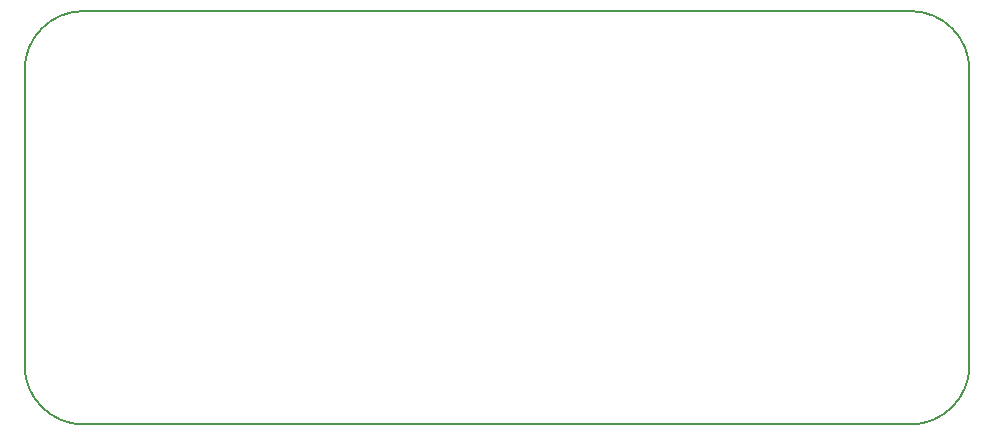
<source format=gbr>
G04 #@! TF.GenerationSoftware,KiCad,Pcbnew,5.0.2-bee76a0~70~ubuntu16.04.1*
G04 #@! TF.CreationDate,2019-11-03T01:58:48+01:00*
G04 #@! TF.ProjectId,hub,6875622e-6b69-4636-9164-5f7063625858,rev?*
G04 #@! TF.SameCoordinates,Original*
G04 #@! TF.FileFunction,Profile,NP*
%FSLAX46Y46*%
G04 Gerber Fmt 4.6, Leading zero omitted, Abs format (unit mm)*
G04 Created by KiCad (PCBNEW 5.0.2-bee76a0~70~ubuntu16.04.1) date Sun 03 Nov 2019 01:58:48 AM CET*
%MOMM*%
%LPD*%
G01*
G04 APERTURE LIST*
%ADD10C,0.150000*%
%ADD11C,0.200000*%
G04 APERTURE END LIST*
D10*
X97500000Y-72500000D02*
G75*
G02X102500000Y-67500000I5000000J0D01*
G01*
X102500000Y-102500000D02*
G75*
G02X97500000Y-97500000I0J5000000D01*
G01*
D11*
X177500000Y-97500000D02*
G75*
G02X172500000Y-102500000I-5000000J0D01*
G01*
X172500000Y-67500000D02*
G75*
G02X177500000Y-72500000I0J-5000000D01*
G01*
D10*
X97500000Y-97500000D02*
X97500000Y-72500000D01*
X172500000Y-102500000D02*
X102500000Y-102500000D01*
X177500000Y-72500000D02*
X177500000Y-97500000D01*
X102500000Y-67500000D02*
X172500000Y-67500000D01*
M02*

</source>
